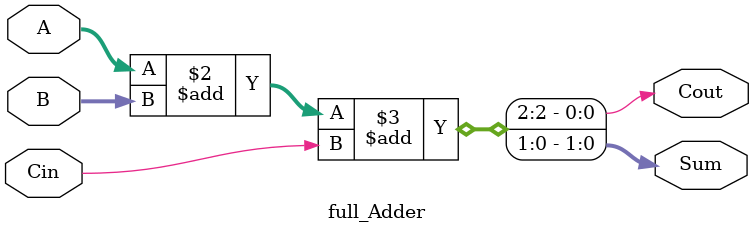
<source format=v>
module full_Adder(
    input [1:0] A,  //2-bit input for A
    input [1:0] B,  
    input Cin,
    output reg [1:0] Sum,
    output reg Cout
);

always @ (A or B or Cin)
begin
    {Cout, Sum}=A+B+Cin;
end
endmodule
</source>
